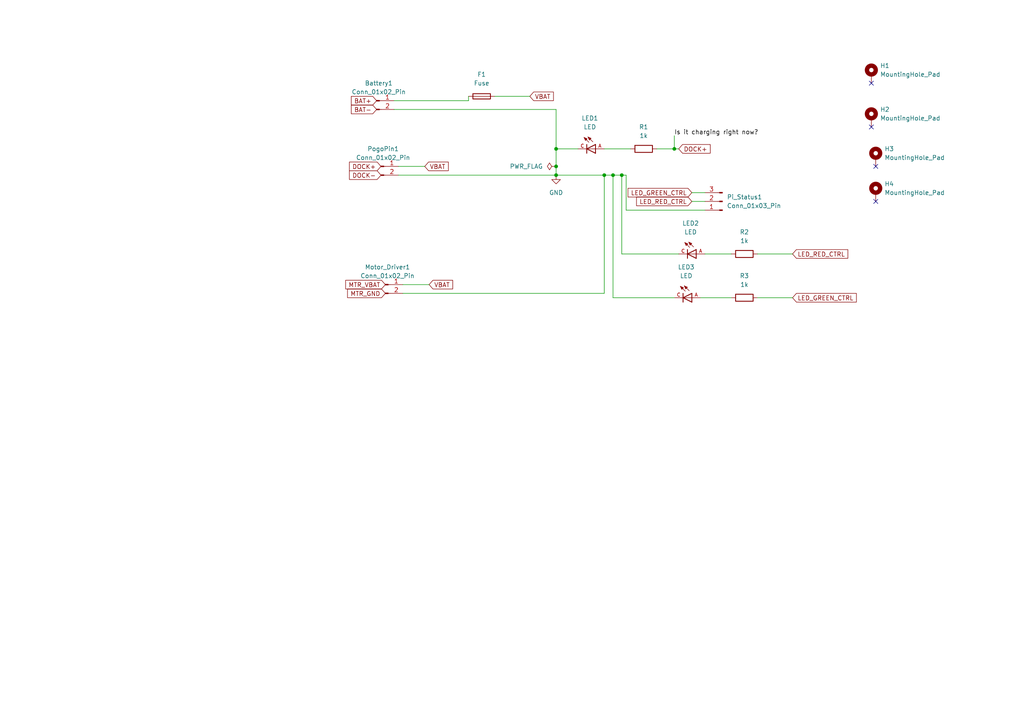
<source format=kicad_sch>
(kicad_sch (version 20250114) (generator "eeschema") (generator_version "9.0")
  (paper "A4")
  (lib_symbols
    (symbol "Connector:Conn_01x02_Pin" (pin_names (offset 1.016) (hide yes))
      (property "Reference" "J" (at 0 2.54 0))
      (property "Value" "Conn_01x02_Pin" (at 0 -5.08 0))
      (symbol "Conn_01x02_Pin_1_1"
        (rectangle (start 0.8636 0.127) (end 0 -0.127) (stroke (width 0.1524)) (fill (type outline)))
        (rectangle (start 0.8636 -2.413) (end 0 -2.667) (stroke (width 0.1524)) (fill (type outline)))
        (polyline (pts (xy 1.27 0) (xy 0.8636 0)) (stroke (width 0.1524)))
        (polyline (pts (xy 1.27 -2.54) (xy 0.8636 -2.54)) (stroke (width 0.1524)))
        (pin passive line (at 5.08 0 180) (length 3.81) (name "Pin_1") (number "1"))
        (pin passive line (at 5.08 -2.54 180) (length 3.81) (name "Pin_2") (number "2"))
      )
    )
    (symbol "Connector:Conn_01x03_Pin" (pin_names (offset 1.016) (hide yes))
      (property "Reference" "J" (at 0 5.08 0))
      (property "Value" "Conn_01x03_Pin" (at 0 -5.08 0))
      (symbol "Conn_01x03_Pin_1_1"
        (rectangle (start 0.8636 2.667) (end 0 2.413) (stroke (width 0.1524)) (fill (type outline)))
        (rectangle (start 0.8636 0.127) (end 0 -0.127) (stroke (width 0.1524)) (fill (type outline)))
        (rectangle (start 0.8636 -2.413) (end 0 -2.667) (stroke (width 0.1524)) (fill (type outline)))
        (polyline (pts (xy 1.27 2.54) (xy 0.8636 2.54)) (stroke (width 0.1524)))
        (polyline (pts (xy 1.27 0) (xy 0.8636 0)) (stroke (width 0.1524)))
        (polyline (pts (xy 1.27 -2.54) (xy 0.8636 -2.54)) (stroke (width 0.1524)))
        (pin passive line (at 5.08 2.54 180) (length 3.81) (name "Pin_1") (number "1"))
        (pin passive line (at 5.08 0 180) (length 3.81) (name "Pin_2") (number "2"))
        (pin passive line (at 5.08 -2.54 180) (length 3.81) (name "Pin_3") (number "3"))
      )
    )
    (symbol "Device:Fuse" (pin_numbers (hide yes)) (pin_names (offset 0))
      (property "Reference" "F" (at 2.032 0 90))
      (property "Value" "Fuse" (at -1.905 0 90))
      (symbol "Fuse_0_1"
        (rectangle (start -0.762 -2.54) (end 0.762 2.54) (stroke (width 0.254)))
        (polyline (pts (xy 0 2.54) (xy 0 -2.54)))
      )
      (symbol "Fuse_1_1"
        (pin passive line (at 0 3.81 270) (length 1.27) (name "~") (number "1"))
        (pin passive line (at 0 -3.81 90) (length 1.27) (name "~") (number "2"))
      )
    )
    (symbol "Device:R" (pin_numbers (hide yes)) (pin_names (offset 0))
      (property "Reference" "R" (at 2.032 0 90))
      (property "Value" "R" (at 0 0 90))
      (symbol "R_0_1"
        (rectangle (start -1.016 -2.54) (end 1.016 2.54) (stroke (width 0.254)))
      )
      (symbol "R_1_1"
        (pin passive line (at 0 3.81 270) (length 1.27) (name "~") (number "1"))
        (pin passive line (at 0 -3.81 90) (length 1.27) (name "~") (number "2"))
      )
    )
    (symbol "LED_d:LED" (pin_names (offset 1.016))
      (property "Reference" "LED" (at 3.556 -4.572 90))
      (property "Value" "LED" (at 5.715 -4.572 90))
      (symbol "LED_0_0"
        (polyline (pts (xy -3.429 -2.159) (xy -3.048 -1.27) (xy -2.54 -1.778) (xy -3.429 -2.159)) (stroke (width 0.1524)) (fill (type outline)))
        (polyline (pts (xy -3.302 -3.302) (xy -2.921 -2.413) (xy -2.413 -2.921) (xy -3.302 -3.302)) (stroke (width 0.1524)) (fill (type outline)))
        (polyline (pts (xy -2.032 -0.762) (xy -3.429 -2.159)) (stroke (width 0.1524)))
        (polyline (pts (xy -1.905 -1.905) (xy -3.302 -3.302)) (stroke (width 0.1524)))
        (polyline (pts (xy 0 0) (xy -1.27 0)) (stroke (width 0.254)))
        (polyline (pts (xy 0 0) (xy 0 -2.54)) (stroke (width 0.1524)))
        (polyline (pts (xy 0 -2.54) (xy -1.27 0)) (stroke (width 0.254)))
        (polyline (pts (xy 0 -2.54) (xy -1.27 -2.54)) (stroke (width 0.254)))
        (polyline (pts (xy 1.27 0) (xy 0 0)) (stroke (width 0.254)))
        (polyline (pts (xy 1.27 0) (xy 0 -2.54)) (stroke (width 0.254)))
        (polyline (pts (xy 1.27 -2.54) (xy 0 -2.54)) (stroke (width 0.254)))
        (pin passive line (at 0 2.54 270) (length 2.54) (name "~") (number "A"))
        (pin passive line (at 0 -5.08 90) (length 2.54) (name "~") (number "C"))
      )
    )
    (symbol "Mechanical:MountingHole_Pad" (pin_numbers (hide yes)) (pin_names (offset 1.016) (hide yes)) (in_bom no)
      (property "Reference" "H" (at 0 6.35 0))
      (property "Value" "MountingHole_Pad" (at 0 4.445 0))
      (symbol "MountingHole_Pad_0_1"
        (circle (center 0 1.27) (radius 1.27) (stroke (width 1.27)))
      )
      (symbol "MountingHole_Pad_1_1"
        (pin input line (at 0 -2.54 90) (length 2.54) (name "1") (number "1"))
      )
    )
    (symbol "power:GND" (power) (pin_numbers (hide yes)) (pin_names (offset 0) (hide yes))
      (property "Value" "GND" (at 0 -3.81 0))
      (symbol "GND_0_1"
        (polyline (pts (xy 0 0) (xy 0 -1.27) (xy 1.27 -1.27) (xy 0 -2.54) (xy -1.27 -1.27) (xy 0 -1.27)))
      )
      (symbol "GND_1_1"
        (pin power_in line (at 0 0 270) (length 0) (name "~") (number "1"))
      )
    )
    (symbol "power:PWR_FLAG" (power) (pin_numbers (hide yes)) (pin_names (offset 0) (hide yes))
      (property "Value" "PWR_FLAG" (at 0 3.81 0))
      (symbol "PWR_FLAG_0_0"
        (pin power_out line (at 0 0 90) (length 0) (name "~") (number "1"))
      )
      (symbol "PWR_FLAG_0_1"
        (polyline (pts (xy 0 0) (xy 0 1.27) (xy -1.016 1.905) (xy 0 2.54) (xy 1.016 1.905) (xy 0 1.27)))
      )
    )
  )
  (junction (at 161.29 43.18))
  (junction (at 175.26 50.8))
  (junction (at 180.34 50.8))
  (junction (at 161.29 50.8))
  (junction (at 177.8 50.8))
  (junction (at 195.58 43.18))
  (junction (at 161.29 48.26))
  (no_connect (at 254 48.26))
  (no_connect (at 252.73 36.83))
  (no_connect (at 254 58.42))
  (no_connect (at 252.73 24.13))
  (wire (pts (xy 219.71 86.36) (xy 229.87 86.36)))
  (wire (pts (xy 175.26 50.8) (xy 177.8 50.8)))
  (wire (pts (xy 219.71 73.66) (xy 229.87 73.66)))
  (wire (pts (xy 115.57 50.8) (xy 161.29 50.8)))
  (wire (pts (xy 175.26 43.18) (xy 182.88 43.18)))
  (wire (pts (xy 161.29 50.8) (xy 175.26 50.8)))
  (wire (pts (xy 175.26 85.09) (xy 175.26 50.8)))
  (wire (pts (xy 181.61 50.8) (xy 181.61 60.96)))
  (wire (pts (xy 195.58 43.18) (xy 196.85 43.18)))
  (wire (pts (xy 161.29 48.26) (xy 161.29 50.8)))
  (wire (pts (xy 180.34 50.8) (xy 181.61 50.8)))
  (wire (pts (xy 180.34 73.66) (xy 196.85 73.66)))
  (wire (pts (xy 200.66 55.88) (xy 204.47 55.88)))
  (wire (pts (xy 177.8 50.8) (xy 180.34 50.8)))
  (wire (pts (xy 135.89 29.21) (xy 135.89 27.94)))
  (wire (pts (xy 143.51 27.94) (xy 153.67 27.94)))
  (wire (pts (xy 161.29 43.18) (xy 161.29 48.26)))
  (wire (pts (xy 190.5 43.18) (xy 195.58 43.18)))
  (wire (pts (xy 115.57 48.26) (xy 123.19 48.26)))
  (wire (pts (xy 180.34 73.66) (xy 180.34 50.8)))
  (wire (pts (xy 195.58 39.37) (xy 195.58 43.18)))
  (wire (pts (xy 116.84 82.55) (xy 124.46 82.55)))
  (wire (pts (xy 177.8 86.36) (xy 195.58 86.36)))
  (wire (pts (xy 114.3 31.75) (xy 161.29 31.75)))
  (wire (pts (xy 114.3 29.21) (xy 135.89 29.21)))
  (wire (pts (xy 177.8 86.36) (xy 177.8 50.8)))
  (wire (pts (xy 161.29 31.75) (xy 161.29 43.18)))
  (wire (pts (xy 203.2 86.36) (xy 212.09 86.36)))
  (wire (pts (xy 204.47 73.66) (xy 212.09 73.66)))
  (wire (pts (xy 161.29 43.18) (xy 167.64 43.18)))
  (wire (pts (xy 181.61 60.96) (xy 204.47 60.96)))
  (wire (pts (xy 204.47 58.42) (xy 200.66 58.42)))
  (wire (pts (xy 116.84 85.09) (xy 175.26 85.09)))
  (label "Is it charging right now?" (at 195.58 39.37 0))
  (global_label "MTR_VBAT" (shape input) (at 111.76 82.55 180) (property "Intersheetrefs" "${INTERSHEET_REFS}" (effects (hide yes))))
  (global_label "LED_GREEN_CTRL" (shape input) (at 200.66 55.88 180) (property "Intersheetrefs" "${INTERSHEET_REFS}" (effects (hide yes))))
  (global_label "LED_RED_CTRL" (shape input) (at 200.66 58.42 180) (property "Intersheetrefs" "${INTERSHEET_REFS}" (effects (hide yes))))
  (global_label "VBAT" (shape input) (at 153.67 27.94 0) (property "Intersheetrefs" "${INTERSHEET_REFS}" (effects (hide yes))))
  (global_label "BAT+" (shape input) (at 109.22 29.21 180) (property "Intersheetrefs" "${INTERSHEET_REFS}" (effects (hide yes))))
  (global_label "LED_GREEN_CTRL" (shape input) (at 229.87 86.36 0) (property "Intersheetrefs" "${INTERSHEET_REFS}" (effects (hide yes))))
  (global_label "DOCK-" (shape input) (at 110.49 50.8 180) (property "Intersheetrefs" "${INTERSHEET_REFS}" (effects (hide yes))))
  (global_label "DOCK+" (shape input) (at 110.49 48.26 180) (property "Intersheetrefs" "${INTERSHEET_REFS}" (effects (hide yes))))
  (global_label "LED_RED_CTRL" (shape input) (at 229.87 73.66 0) (property "Intersheetrefs" "${INTERSHEET_REFS}" (effects (hide yes))))
  (global_label "DOCK+" (shape input) (at 196.85 43.18 0) (property "Intersheetrefs" "${INTERSHEET_REFS}" (effects (hide yes))))
  (global_label "VBAT" (shape input) (at 123.19 48.26 0) (property "Intersheetrefs" "${INTERSHEET_REFS}" (effects (hide yes))))
  (global_label "BAT-" (shape input) (at 109.22 31.75 180) (property "Intersheetrefs" "${INTERSHEET_REFS}" (effects (hide yes))))
  (global_label "MTR_GND" (shape input) (at 111.76 85.09 180) (property "Intersheetrefs" "${INTERSHEET_REFS}" (effects (hide yes))))
  (global_label "VBAT" (shape input) (at 124.46 82.55 0) (property "Intersheetrefs" "${INTERSHEET_REFS}" (effects (hide yes))))
  (symbol (lib_id "power:PWR_FLAG") (at 161.29 48.26 90) (unit 1)
    (property "Reference" "#FLG01" (effects (hide yes)))
    (property "Value" "PWR_FLAG" (at 157.48 48.2599 90) (effects (justify left)))
    (property "Description" "Special symbol for telling ERC where power comes from" (effects (hide yes)))
  )
  (symbol (lib_id "power:GND") (at 161.29 50.8 0) (unit 1)
    (property "Reference" "#PWR01" (effects (hide yes)))
    (property "Value" "GND" (at 161.29 55.88 0))
    (property "Description" "Power symbol creates a global label with name \"GND\" , ground" (effects (hide yes)))
  )
  (symbol (lib_id "Connector:Conn_01x03_Pin") (at 209.55 58.42 180) (unit 1)
    (property "Reference" "Pi_Status1" (at 210.82 57.1499 0) (effects (justify right)))
    (property "Value" "Conn_01x03_Pin" (at 210.82 59.6899 0) (effects (justify right)))
    (property "Footprint" "Connector_PinHeader_2.54mm:PinHeader_1x03_P2.54mm_Vertical" (effects (hide yes)))
    (property "Description" "Generic connector, single row, 01x03, script generated" (effects (hide yes)))
  )
  (symbol (lib_id "Mechanical:MountingHole_Pad") (at 254 55.88 0) (unit 1) (in_bom no)
    (property "Reference" "H4" (at 256.54 53.3399 0) (effects (justify left)))
    (property "Value" "MountingHole_Pad" (at 256.54 55.8799 0) (effects (justify left)))
    (property "Footprint" "MountingHole:MountingHole_2.1mm" (effects (hide yes)))
    (property "Description" "Mounting Hole with connection" (effects (hide yes)))
  )
  (symbol (lib_id "LED_d:LED") (at 200.66 86.36 270) (unit 1)
    (property "Reference" "LED3" (at 199.0344 77.47 90))
    (property "Value" "LED" (at 199.0344 80.01 90))
    (property "Footprint" "LED_THT:LED_D3.0mm_Clear" (effects (hide yes)))
    (property "MF" "ADLINK Technology, Inc." (effects (hide yes)))
    (property "Description_1" "FUSE 5X20 PGT REELED T1 6A 250V" (effects (hide yes)))
    (property "Package" "None" (effects (hide yes)))
    (property "Price" "None" (effects (hide yes)))
    (property "SnapEDA_Link" "https://www.snapeda.com/parts/LED/Adlink/view-part/?ref=snap" (effects (hide yes)))
    (property "MP" "LED" (effects (hide yes)))
    (property "Availability" "Not in stock" (effects (hide yes)))
    (property "Check_prices" "https://www.snapeda.com/parts/LED/Adlink/view-part/?ref=eda" (effects (hide yes)))
  )
  (symbol (lib_id "Mechanical:MountingHole_Pad") (at 252.73 34.29 0) (unit 1) (in_bom no)
    (property "Reference" "H2" (at 255.27 31.7499 0) (effects (justify left)))
    (property "Value" "MountingHole_Pad" (at 255.27 34.2899 0) (effects (justify left)))
    (property "Footprint" "MountingHole:MountingHole_2.1mm" (effects (hide yes)))
    (property "Description" "Mounting Hole with connection" (effects (hide yes)))
  )
  (symbol (lib_id "Device:R") (at 215.9 86.36 90) (unit 1)
    (property "Reference" "R3" (at 215.9 80.01 90))
    (property "Value" "1k" (at 215.9 82.55 90))
    (property "Footprint" "Resistor_THT:R_Axial_DIN0204_L3.6mm_D1.6mm_P7.62mm_Horizontal" (effects (hide yes)))
    (property "Description" "Resistor" (effects (hide yes)))
  )
  (symbol (lib_id "Mechanical:MountingHole_Pad") (at 252.73 21.59 0) (unit 1) (in_bom no)
    (property "Reference" "H1" (at 255.27 19.0499 0) (effects (justify left)))
    (property "Value" "MountingHole_Pad" (at 255.27 21.5899 0) (effects (justify left)))
    (property "Footprint" "MountingHole:MountingHole_2.1mm" (effects (hide yes)))
    (property "Description" "Mounting Hole with connection" (effects (hide yes)))
  )
  (symbol (lib_id "Connector:Conn_01x02_Pin") (at 109.22 29.21 0) (unit 1)
    (property "Reference" "Battery1" (at 109.855 24.13 0))
    (property "Value" "Conn_01x02_Pin" (at 109.855 26.67 0))
    (property "Footprint" "TerminalBlock_Phoenix:TerminalBlock_Phoenix_MKDS-1,5-2-5.08_1x02_P5.08mm_Horizontal" (effects (hide yes)))
    (property "Description" "Generic connector, single row, 01x02, script generated" (effects (hide yes)))
  )
  (symbol (lib_id "Device:R") (at 186.69 43.18 90) (unit 1)
    (property "Reference" "R1" (at 186.69 36.83 90))
    (property "Value" "1k" (at 186.69 39.37 90))
    (property "Footprint" "Resistor_THT:R_Axial_DIN0204_L3.6mm_D1.6mm_P7.62mm_Horizontal" (effects (hide yes)))
    (property "Description" "Resistor" (effects (hide yes)))
  )
  (symbol (lib_id "LED_d:LED") (at 201.93 73.66 270) (unit 1)
    (property "Reference" "LED2" (at 200.3044 64.77 90))
    (property "Value" "LED" (at 200.3044 67.31 90))
    (property "Footprint" "LED_THT:LED_D3.0mm" (effects (hide yes)))
    (property "MF" "ADLINK Technology, Inc." (effects (hide yes)))
    (property "Description_1" "FUSE 5X20 PGT REELED T1 6A 250V" (effects (hide yes)))
    (property "Package" "None" (effects (hide yes)))
    (property "Price" "None" (effects (hide yes)))
    (property "SnapEDA_Link" "https://www.snapeda.com/parts/LED/Adlink/view-part/?ref=snap" (effects (hide yes)))
    (property "MP" "LED" (effects (hide yes)))
    (property "Availability" "Not in stock" (effects (hide yes)))
    (property "Check_prices" "https://www.snapeda.com/parts/LED/Adlink/view-part/?ref=eda" (effects (hide yes)))
  )
  (symbol (lib_id "Mechanical:MountingHole_Pad") (at 254 45.72 0) (unit 1) (in_bom no)
    (property "Reference" "H3" (at 256.54 43.1799 0) (effects (justify left)))
    (property "Value" "MountingHole_Pad" (at 256.54 45.7199 0) (effects (justify left)))
    (property "Footprint" "MountingHole:MountingHole_2.1mm" (effects (hide yes)))
    (property "Description" "Mounting Hole with connection" (effects (hide yes)))
  )
  (symbol (lib_id "Device:R") (at 215.9 73.66 90) (unit 1)
    (property "Reference" "R2" (at 215.9 67.31 90))
    (property "Value" "1k" (at 215.9 69.85 90))
    (property "Footprint" "Resistor_THT:R_Axial_DIN0204_L3.6mm_D1.6mm_P7.62mm_Horizontal" (effects (hide yes)))
    (property "Description" "Resistor" (effects (hide yes)))
  )
  (symbol (lib_id "Connector:Conn_01x02_Pin") (at 111.76 82.55 0) (unit 1)
    (property "Reference" "Motor_Driver1" (at 112.395 77.47 0))
    (property "Value" "Conn_01x02_Pin" (at 112.395 80.01 0))
    (property "Footprint" "TerminalBlock_Phoenix:TerminalBlock_Phoenix_MKDS-1,5-2-5.08_1x02_P5.08mm_Horizontal" (effects (hide yes)))
    (property "Description" "Generic connector, single row, 01x02, script generated" (effects (hide yes)))
  )
  (symbol (lib_id "LED_d:LED") (at 172.72 43.18 270) (unit 1)
    (property "Reference" "LED1" (at 171.0944 34.29 90))
    (property "Value" "LED" (at 171.0944 36.83 90))
    (property "Footprint" "LED_THT:LED_D3.0mm" (effects (hide yes)))
    (property "MF" "ADLINK Technology, Inc." (effects (hide yes)))
    (property "Description_1" "FUSE 5X20 PGT REELED T1 6A 250V" (effects (hide yes)))
    (property "Package" "None" (effects (hide yes)))
    (property "Price" "None" (effects (hide yes)))
    (property "SnapEDA_Link" "https://www.snapeda.com/parts/LED/Adlink/view-part/?ref=snap" (effects (hide yes)))
    (property "MP" "LED" (effects (hide yes)))
    (property "Availability" "Not in stock" (effects (hide yes)))
    (property "Check_prices" "https://www.snapeda.com/parts/LED/Adlink/view-part/?ref=eda" (effects (hide yes)))
  )
  (symbol (lib_id "Device:Fuse") (at 139.7 27.94 90) (unit 1)
    (property "Reference" "F1" (at 139.7 21.59 90))
    (property "Value" "Fuse" (at 139.7 24.13 90))
    (property "Footprint" "Fuse:Fuseholder_TR5_Littelfuse_No560_No460" (effects (hide yes)))
    (property "Description" "Fuse" (effects (hide yes)))
  )
  (symbol (lib_id "Connector:Conn_01x02_Pin") (at 110.49 48.26 0) (unit 1)
    (property "Reference" "PogoPin1" (at 111.125 43.18 0))
    (property "Value" "Conn_01x02_Pin" (at 111.125 45.72 0))
    (property "Footprint" "TerminalBlock_Phoenix:TerminalBlock_Phoenix_MKDS-1,5-2-5.08_1x02_P5.08mm_Horizontal" (effects (hide yes)))
    (property "Description" "Generic connector, single row, 01x02, script generated" (effects (hide yes)))
  )
)
</source>
